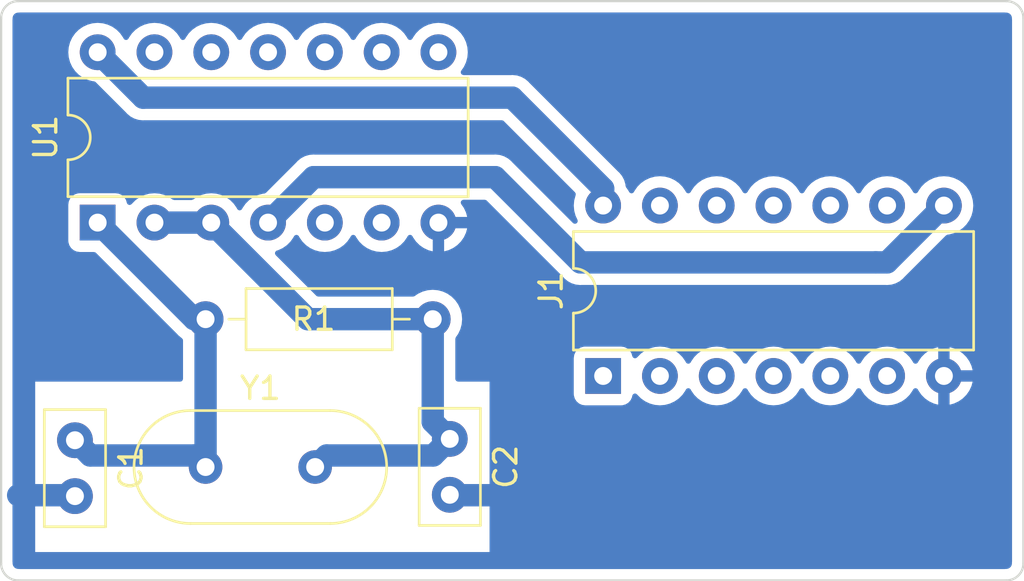
<source format=kicad_pcb>
(kicad_pcb (version 20201116) (generator pcbnew)
  (layers (0 "F.Cu" signal) (31 "B.Cu" signal) (34 "B.Paste" user) (35 "F.Paste" user) (36 "B.SilkS" user "B.Silkscreen") (37 "F.SilkS" user "F.Silkscreen") (38 "B.Mask" user) (39 "F.Mask" user) (44 "Edge.Cuts" user))
  (net 0 "")
  (net 1 "GND")
  (net 2 "Net-(C1-Pad1)")
  (net 3 "Net-(C2-Pad1)")
  (net 4 "+5V")
  (net 5 "no_connect_9")
  (net 6 "no_connect_11")
  (net 7 "no_connect_8")
  (net 8 "no_connect_10")
  (net 9 "no_connect_7")
  (net 10 "CLOCK")
  (net 11 "no_connect_6")
  (net 12 "no_connect_13")
  (net 13 "no_connect_12")
  (net 14 "no_connect_15")
  (net 15 "no_connect_14")
  (net 16 "no_connect_16")
  (net 17 "no_connect_21")
  (net 18 "no_connect_22")
  (net 19 "no_connect_23")
  (net 20 "no_connect_24")
  (net 21 "no_connect_17")
  (net 22 "no_connect_18")
  (net 23 "no_connect_19")
  (net 24 "no_connect_20")
  (footprint "Package_DIP:DIP-14_W7.62mm" (layer "F.Cu") (at 86.106 44.704 90)
    (fp_text reference "U1" (at 3.81 -2.33 90) (layer "F.SilkS"))
    (fp_text value "74AHC04")
    (fp_line (start 6.46 -1.33) (end 4.81 -1.33) (layer "F.SilkS") (width 0.12))
    (fp_line (start 6.46 16.57) (end 6.46 -1.33) (layer "F.SilkS") (width 0.12))
    (fp_line (start 1.16 -1.33) (end 1.16 16.57) (layer "F.SilkS") (width 0.12))
    (fp_line (start 1.16 16.57) (end 6.46 16.57) (layer "F.SilkS") (width 0.12))
    (fp_line (start 2.81 -1.33) (end 1.16 -1.33) (layer "F.SilkS") (width 0.12))
    (fp_arc (start 3.81 -1.33) (end 2.81 -1.33) (angle -180) (layer "F.SilkS") (width 0.12))
    (pad "1" thru_hole rect (at 0 0 90) (size 1.6 1.6) (drill 0.8) (layers *.Cu *.Mask) (net 2 "Net-(C1-Pad1)"))
    (pad "2" thru_hole oval (at 0 2.54 90) (size 1.6 1.6) (drill 0.8) (layers *.Cu *.Mask) (net 3 "Net-(C2-Pad1)"))
    (pad "3" thru_hole oval (at 0 5.08 90) (size 1.6 1.6) (drill 0.8) (layers *.Cu *.Mask) (net 3 "Net-(C2-Pad1)"))
    (pad "4" thru_hole oval (at 0 7.62 90) (size 1.6 1.6) (drill 0.8) (layers *.Cu *.Mask) (net 10 "CLOCK"))
    (pad "5" thru_hole oval (at 0 10.16 90) (size 1.6 1.6) (drill 0.8) (layers *.Cu *.Mask) (net 17 "no_connect_21"))
    (pad "6" thru_hole oval (at 0 12.7 90) (size 1.6 1.6) (drill 0.8) (layers *.Cu *.Mask) (net 18 "no_connect_22"))
    (pad "7" thru_hole oval (at 0 15.24 90) (size 1.6 1.6) (drill 0.8) (layers *.Cu *.Mask) (net 1 "GND"))
    (pad "8" thru_hole oval (at 7.62 15.24 90) (size 1.6 1.6) (drill 0.8) (layers *.Cu *.Mask) (net 19 "no_connect_23"))
    (pad "9" thru_hole oval (at 7.62 12.7 90) (size 1.6 1.6) (drill 0.8) (layers *.Cu *.Mask) (net 20 "no_connect_24"))
    (pad "10" thru_hole oval (at 7.62 10.16 90) (size 1.6 1.6) (drill 0.8) (layers *.Cu *.Mask) (net 21 "no_connect_17"))
    (pad "11" thru_hole oval (at 7.62 7.62 90) (size 1.6 1.6) (drill 0.8) (layers *.Cu *.Mask) (net 22 "no_connect_18"))
    (pad "12" thru_hole oval (at 7.62 5.08 90) (size 1.6 1.6) (drill 0.8) (layers *.Cu *.Mask) (net 23 "no_connect_19"))
    (pad "13" thru_hole oval (at 7.62 2.54 90) (size 1.6 1.6) (drill 0.8) (layers *.Cu *.Mask) (net 24 "no_connect_20"))
    (pad "14" thru_hole oval (at 7.62 0 90) (size 1.6 1.6) (drill 0.8) (layers *.Cu *.Mask) (net 4 "+5V"))
  )
  (footprint "Capacitor_THT:C_Disc_D5.0mm_W2.5mm_P2.50mm" (layer "F.Cu") (at 85.09 54.43609 -90)
    (fp_text reference "C1" (at 1.25 -2.5 90) (layer "F.SilkS"))
    (fp_text value "22pF")
    (fp_line (start -1.37 -1.37) (end -1.37 1.37) (layer "F.SilkS") (width 0.12))
    (fp_line (start -1.37 -1.37) (end 3.87 -1.37) (layer "F.SilkS") (width 0.12))
    (fp_line (start 3.87 -1.37) (end 3.87 1.37) (layer "F.SilkS") (width 0.12))
    (fp_line (start -1.37 1.37) (end 3.87 1.37) (layer "F.SilkS") (width 0.12))
    (pad "1" thru_hole circle (at 0 0 270) (size 1.6 1.6) (drill 0.8) (layers *.Cu *.Mask) (net 2 "Net-(C1-Pad1)"))
    (pad "2" thru_hole circle (at 2.5 0 270) (size 1.6 1.6) (drill 0.8) (layers *.Cu *.Mask) (net 1 "GND"))
  )
  (footprint "Resistor_THT:R_Axial_DIN0207_L6.3mm_D2.5mm_P10.16mm_Horizontal" (layer "F.Cu") (at 90.932 49.022)
    (fp_text reference "R1" (at 4.826 0) (layer "F.SilkS"))
    (fp_text value "1M")
    (fp_line (start 8.35 -1.37) (end 1.81 -1.37) (layer "F.SilkS") (width 0.12))
    (fp_line (start 1.04 0) (end 1.81 0) (layer "F.SilkS") (width 0.12))
    (fp_line (start 1.81 -1.37) (end 1.81 1.37) (layer "F.SilkS") (width 0.12))
    (fp_line (start 9.12 0) (end 8.35 0) (layer "F.SilkS") (width 0.12))
    (fp_line (start 1.81 1.37) (end 8.35 1.37) (layer "F.SilkS") (width 0.12))
    (fp_line (start 8.35 1.37) (end 8.35 -1.37) (layer "F.SilkS") (width 0.12))
    (pad "1" thru_hole circle (at 0 0) (size 1.6 1.6) (drill 0.8) (layers *.Cu *.Mask) (net 2 "Net-(C1-Pad1)"))
    (pad "2" thru_hole oval (at 10.16 0) (size 1.6 1.6) (drill 0.8) (layers *.Cu *.Mask) (net 3 "Net-(C2-Pad1)"))
  )
  (footprint "Package_DIP:DIP-14_W7.62mm" (layer "F.Cu") (at 108.712 51.562 90)
    (fp_text reference "J1" (at 3.81 -2.33 90) (layer "F.SilkS"))
    (fp_text value "OUTPUT")
    (fp_line (start 1.16 16.57) (end 6.46 16.57) (layer "F.SilkS") (width 0.12))
    (fp_line (start 6.46 16.57) (end 6.46 -1.33) (layer "F.SilkS") (width 0.12))
    (fp_line (start 6.46 -1.33) (end 4.81 -1.33) (layer "F.SilkS") (width 0.12))
    (fp_line (start 1.16 -1.33) (end 1.16 16.57) (layer "F.SilkS") (width 0.12))
    (fp_line (start 2.81 -1.33) (end 1.16 -1.33) (layer "F.SilkS") (width 0.12))
    (fp_arc (start 3.81 -1.33) (end 2.81 -1.33) (angle -180) (layer "F.SilkS") (width 0.12))
    (pad "1" thru_hole rect (at 0 0 90) (size 1.6 1.6) (drill 0.8) (layers *.Cu *.Mask) (net 11 "no_connect_6"))
    (pad "2" thru_hole oval (at 0 2.54 90) (size 1.6 1.6) (drill 0.8) (layers *.Cu *.Mask) (net 6 "no_connect_11"))
    (pad "3" thru_hole oval (at 0 5.08 90) (size 1.6 1.6) (drill 0.8) (layers *.Cu *.Mask) (net 13 "no_connect_12"))
    (pad "4" thru_hole oval (at 0 7.62 90) (size 1.6 1.6) (drill 0.8) (layers *.Cu *.Mask) (net 12 "no_connect_13"))
    (pad "5" thru_hole oval (at 0 10.16 90) (size 1.6 1.6) (drill 0.8) (layers *.Cu *.Mask) (net 15 "no_connect_14"))
    (pad "6" thru_hole oval (at 0 12.7 90) (size 1.6 1.6) (drill 0.8) (layers *.Cu *.Mask) (net 14 "no_connect_15"))
    (pad "7" thru_hole oval (at 0 15.24 90) (size 1.6 1.6) (drill 0.8) (layers *.Cu *.Mask) (net 1 "GND"))
    (pad "8" thru_hole oval (at 7.62 15.24 90) (size 1.6 1.6) (drill 0.8) (layers *.Cu *.Mask) (net 10 "CLOCK"))
    (pad "9" thru_hole oval (at 7.62 12.7 90) (size 1.6 1.6) (drill 0.8) (layers *.Cu *.Mask) (net 16 "no_connect_16"))
    (pad "10" thru_hole oval (at 7.62 10.16 90) (size 1.6 1.6) (drill 0.8) (layers *.Cu *.Mask) (net 9 "no_connect_7"))
    (pad "11" thru_hole oval (at 7.62 7.62 90) (size 1.6 1.6) (drill 0.8) (layers *.Cu *.Mask) (net 7 "no_connect_8"))
    (pad "12" thru_hole oval (at 7.62 5.08 90) (size 1.6 1.6) (drill 0.8) (layers *.Cu *.Mask) (net 5 "no_connect_9"))
    (pad "13" thru_hole oval (at 7.62 2.54 90) (size 1.6 1.6) (drill 0.8) (layers *.Cu *.Mask) (net 8 "no_connect_10"))
    (pad "14" thru_hole oval (at 7.62 0 90) (size 1.6 1.6) (drill 0.8) (layers *.Cu *.Mask) (net 4 "+5V"))
  )
  (footprint "Capacitor_THT:C_Disc_D5.0mm_W2.5mm_P2.50mm" (layer "F.Cu") (at 101.854 54.377076 -90)
    (fp_text reference "C2" (at 1.25 -2.5 90) (layer "F.SilkS"))
    (fp_text value "22pF")
    (fp_line (start -1.37 1.37) (end 3.87 1.37) (layer "F.SilkS") (width 0.12))
    (fp_line (start -1.37 -1.37) (end 3.87 -1.37) (layer "F.SilkS") (width 0.12))
    (fp_line (start 3.87 -1.37) (end 3.87 1.37) (layer "F.SilkS") (width 0.12))
    (fp_line (start -1.37 -1.37) (end -1.37 1.37) (layer "F.SilkS") (width 0.12))
    (pad "1" thru_hole circle (at 0 0 270) (size 1.6 1.6) (drill 0.8) (layers *.Cu *.Mask) (net 3 "Net-(C2-Pad1)"))
    (pad "2" thru_hole circle (at 2.5 0 270) (size 1.6 1.6) (drill 0.8) (layers *.Cu *.Mask) (net 1 "GND"))
  )
  (footprint "Crystal:Crystal_HC18-U_Vertical" (layer "F.Cu") (at 90.932 55.634598)
    (fp_text reference "Y1" (at 2.45 -3.525) (layer "F.SilkS"))
    (fp_text value "20MHz")
    (fp_line (start -0.675 2.525) (end 5.575 2.525) (layer "F.SilkS") (width 0.12))
    (fp_line (start -0.675 -2.525) (end 5.575 -2.525) (layer "F.SilkS") (width 0.12))
    (fp_arc (start -0.675 0) (end -0.675 -2.525) (angle -180) (layer "F.SilkS") (width 0.12))
    (fp_arc (start 5.575 0) (end 5.575 -2.525) (angle 180) (layer "F.SilkS") (width 0.12))
    (pad "1" thru_hole circle (at 0 0) (size 1.5 1.5) (drill 0.8) (layers *.Cu *.Mask) (net 2 "Net-(C1-Pad1)"))
    (pad "2" thru_hole circle (at 4.9 0) (size 1.5 1.5) (drill 0.8) (layers *.Cu *.Mask) (net 3 "Net-(C2-Pad1)"))
  )
  (gr_line (start 81.788 59.944) (end 81.788 35.56) (layer "Edge.Cuts") (width 0.1))
  (gr_arc (start 126.746 35.56) (end 127.508 35.56) (angle -90) (layer "Edge.Cuts") (width 0.1))
  (gr_line (start 127.508 35.56) (end 127.508 59.944) (layer "Edge.Cuts") (width 0.1))
  (gr_arc (start 126.746 59.944) (end 126.746 60.706) (angle -90) (layer "Edge.Cuts") (width 0.1))
  (gr_line (start 82.55 34.798) (end 126.746 34.798) (layer "Edge.Cuts") (width 0.1))
  (gr_line (start 126.746 60.706) (end 82.55 60.706) (layer "Edge.Cuts") (width 0.1))
  (gr_arc (start 82.55 35.56) (end 82.55 34.798) (angle -90) (layer "Edge.Cuts") (width 0.1))
  (gr_arc (start 82.55 59.944) (end 81.788 59.944) (angle -90) (layer "Edge.Cuts") (width 0.1))
  (segment (start 101.854 56.896) (end 104.121076 56.896) (width 1) (layer "B.Cu") (net 1))
  (segment (start 84.836 56.896) (end 82.55 56.896) (width 1) (layer "B.Cu") (net 1))
  (segment (start 90.424 49.022) (end 90.932 49.022) (width 1) (layer "B.Cu") (net 2))
  (segment (start 90.415402 55.118) (end 90.932 55.634598) (width 1) (layer "B.Cu") (net 2))
  (segment (start 90.932 49.022) (end 90.932 55.634598) (width 1) (layer "B.Cu") (net 2))
  (segment (start 85.77191 55.118) (end 90.415402 55.118) (width 1) (layer "B.Cu") (net 2))
  (segment (start 86.106 44.704) (end 90.424 49.022) (width 1) (layer "B.Cu") (net 2))
  (segment (start 85.09 54.43609) (end 85.77191 55.118) (width 1) (layer "B.Cu") (net 2))
  (segment (start 101.113076 55.118) (end 101.854 54.377076) (width 1) (layer "B.Cu") (net 3))
  (segment (start 96.348598 55.118) (end 101.113076 55.118) (width 1) (layer "B.Cu") (net 3))
  (segment (start 95.504 49.022) (end 101.092 49.022) (width 1) (layer "B.Cu") (net 3))
  (segment (start 101.092 53.615076) (end 101.854 54.377076) (width 1) (layer "B.Cu") (net 3))
  (segment (start 101.092 49.022) (end 101.092 53.615076) (width 1) (layer "B.Cu") (net 3))
  (segment (start 91.186 44.704) (end 95.504 49.022) (width 1) (layer "B.Cu") (net 3))
  (segment (start 95.832 55.634598) (end 96.348598 55.118) (width 1) (layer "B.Cu") (net 3))
  (segment (start 88.646 44.704) (end 91.186 44.704) (width 1) (layer "B.Cu") (net 3))
  (segment (start 86.106 37.084) (end 88.138 39.116) (width 1) (layer "B.Cu") (net 4))
  (segment (start 108.712 43.18) (end 104.648 39.116) (width 1) (layer "B.Cu") (net 4))
  (segment (start 108.712 43.942) (end 108.712 43.18) (width 1) (layer "B.Cu") (net 4))
  (segment (start 88.138 39.116) (end 104.648 39.116) (width 1) (layer "B.Cu") (net 4))
  (segment (start 123.952 43.942) (end 121.412 46.482) (width 1) (layer "B.Cu") (net 10))
  (segment (start 93.726 44.704) (end 95.758 42.672) (width 1) (layer "B.Cu") (net 10))
  (segment (start 95.758 42.672) (end 103.886 42.672) (width 1) (layer "B.Cu") (net 10))
  (segment (start 107.696 46.482) (end 120.904 46.482) (width 1) (layer "B.Cu") (net 10))
  (segment (start 121.412 46.482) (end 120.904 46.482) (width 1) (layer "B.Cu") (net 10))
  (segment (start 103.886 42.672) (end 107.696 46.482) (width 1) (layer "B.Cu") (net 10))
  (zone (net 0) (net_name "") (layer "B.Cu") (connect_pads (clearance 0)) (min_thickness 0.254)
    (keepout (tracks allowed) (vias allowed) (pads allowed) (copperpour not_allowed) (footprints allowed))
    (fill (thermal_gap 0.508) (thermal_bridge_width 0.508))
    (polygon (pts (xy 103.632 51.816) (xy 103.632 59.436) (xy 83.312 59.436) (xy 83.312 51.816)))
  )
  (zone (net 1) (net_name "GND") (layer "B.Cu") (connect_pads (clearance 0.508)) (min_thickness 0.254) (fill yes (thermal_gap 0.508) (thermal_bridge_width 0.508))
    (polygon (pts (xy 127.508 60.706) (xy 81.788 60.706) (xy 81.788 34.798) (xy 127.508 34.798)))
  )
)
</source>
